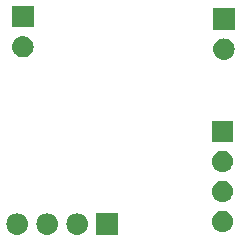
<source format=gbs>
G04 #@! TF.GenerationSoftware,KiCad,Pcbnew,5.0.2-bee76a0~70~ubuntu14.04.1*
G04 #@! TF.CreationDate,2018-12-14T16:37:15-07:00*
G04 #@! TF.ProjectId,ga4-evalboard,6761342d-6576-4616-9c62-6f6172642e6b,rev?*
G04 #@! TF.SameCoordinates,Original*
G04 #@! TF.FileFunction,Soldermask,Bot*
G04 #@! TF.FilePolarity,Negative*
%FSLAX46Y46*%
G04 Gerber Fmt 4.6, Leading zero omitted, Abs format (unit mm)*
G04 Created by KiCad (PCBNEW 5.0.2-bee76a0~70~ubuntu14.04.1) date Fri 14 Dec 2018 04:37:15 PM MST*
%MOMM*%
%LPD*%
G01*
G04 APERTURE LIST*
%ADD10C,0.100000*%
G04 APERTURE END LIST*
D10*
G36*
X140545442Y-110155518D02*
X140611627Y-110162037D01*
X140724853Y-110196384D01*
X140781467Y-110213557D01*
X140920087Y-110287652D01*
X140937991Y-110297222D01*
X140962101Y-110317009D01*
X141075186Y-110409814D01*
X141158448Y-110511271D01*
X141187778Y-110547009D01*
X141187779Y-110547011D01*
X141271443Y-110703533D01*
X141271443Y-110703534D01*
X141322963Y-110873373D01*
X141340359Y-111050000D01*
X141322963Y-111226627D01*
X141293732Y-111322989D01*
X141271443Y-111396467D01*
X141237384Y-111460186D01*
X141187778Y-111552991D01*
X141171539Y-111572778D01*
X141075186Y-111690186D01*
X140973729Y-111773448D01*
X140937991Y-111802778D01*
X140937989Y-111802779D01*
X140781467Y-111886443D01*
X140724853Y-111903616D01*
X140611627Y-111937963D01*
X140545443Y-111944481D01*
X140479260Y-111951000D01*
X140390740Y-111951000D01*
X140324557Y-111944481D01*
X140258373Y-111937963D01*
X140145147Y-111903616D01*
X140088533Y-111886443D01*
X139932011Y-111802779D01*
X139932009Y-111802778D01*
X139896271Y-111773448D01*
X139794814Y-111690186D01*
X139698461Y-111572778D01*
X139682222Y-111552991D01*
X139632616Y-111460186D01*
X139598557Y-111396467D01*
X139576268Y-111322989D01*
X139547037Y-111226627D01*
X139529641Y-111050000D01*
X139547037Y-110873373D01*
X139598557Y-110703534D01*
X139598557Y-110703533D01*
X139682221Y-110547011D01*
X139682222Y-110547009D01*
X139711552Y-110511271D01*
X139794814Y-110409814D01*
X139907899Y-110317009D01*
X139932009Y-110297222D01*
X139949913Y-110287652D01*
X140088533Y-110213557D01*
X140145147Y-110196384D01*
X140258373Y-110162037D01*
X140324558Y-110155518D01*
X140390740Y-110149000D01*
X140479260Y-110149000D01*
X140545442Y-110155518D01*
X140545442Y-110155518D01*
G37*
G36*
X143876000Y-111951000D02*
X142074000Y-111951000D01*
X142074000Y-110149000D01*
X143876000Y-110149000D01*
X143876000Y-111951000D01*
X143876000Y-111951000D01*
G37*
G36*
X138005442Y-110155518D02*
X138071627Y-110162037D01*
X138184853Y-110196384D01*
X138241467Y-110213557D01*
X138380087Y-110287652D01*
X138397991Y-110297222D01*
X138422101Y-110317009D01*
X138535186Y-110409814D01*
X138618448Y-110511271D01*
X138647778Y-110547009D01*
X138647779Y-110547011D01*
X138731443Y-110703533D01*
X138731443Y-110703534D01*
X138782963Y-110873373D01*
X138800359Y-111050000D01*
X138782963Y-111226627D01*
X138753732Y-111322989D01*
X138731443Y-111396467D01*
X138697384Y-111460186D01*
X138647778Y-111552991D01*
X138631539Y-111572778D01*
X138535186Y-111690186D01*
X138433729Y-111773448D01*
X138397991Y-111802778D01*
X138397989Y-111802779D01*
X138241467Y-111886443D01*
X138184853Y-111903616D01*
X138071627Y-111937963D01*
X138005443Y-111944481D01*
X137939260Y-111951000D01*
X137850740Y-111951000D01*
X137784557Y-111944481D01*
X137718373Y-111937963D01*
X137605147Y-111903616D01*
X137548533Y-111886443D01*
X137392011Y-111802779D01*
X137392009Y-111802778D01*
X137356271Y-111773448D01*
X137254814Y-111690186D01*
X137158461Y-111572778D01*
X137142222Y-111552991D01*
X137092616Y-111460186D01*
X137058557Y-111396467D01*
X137036268Y-111322989D01*
X137007037Y-111226627D01*
X136989641Y-111050000D01*
X137007037Y-110873373D01*
X137058557Y-110703534D01*
X137058557Y-110703533D01*
X137142221Y-110547011D01*
X137142222Y-110547009D01*
X137171552Y-110511271D01*
X137254814Y-110409814D01*
X137367899Y-110317009D01*
X137392009Y-110297222D01*
X137409913Y-110287652D01*
X137548533Y-110213557D01*
X137605147Y-110196384D01*
X137718373Y-110162037D01*
X137784558Y-110155518D01*
X137850740Y-110149000D01*
X137939260Y-110149000D01*
X138005442Y-110155518D01*
X138005442Y-110155518D01*
G37*
G36*
X135465442Y-110155518D02*
X135531627Y-110162037D01*
X135644853Y-110196384D01*
X135701467Y-110213557D01*
X135840087Y-110287652D01*
X135857991Y-110297222D01*
X135882101Y-110317009D01*
X135995186Y-110409814D01*
X136078448Y-110511271D01*
X136107778Y-110547009D01*
X136107779Y-110547011D01*
X136191443Y-110703533D01*
X136191443Y-110703534D01*
X136242963Y-110873373D01*
X136260359Y-111050000D01*
X136242963Y-111226627D01*
X136213732Y-111322989D01*
X136191443Y-111396467D01*
X136157384Y-111460186D01*
X136107778Y-111552991D01*
X136091539Y-111572778D01*
X135995186Y-111690186D01*
X135893729Y-111773448D01*
X135857991Y-111802778D01*
X135857989Y-111802779D01*
X135701467Y-111886443D01*
X135644853Y-111903616D01*
X135531627Y-111937963D01*
X135465443Y-111944481D01*
X135399260Y-111951000D01*
X135310740Y-111951000D01*
X135244557Y-111944481D01*
X135178373Y-111937963D01*
X135065147Y-111903616D01*
X135008533Y-111886443D01*
X134852011Y-111802779D01*
X134852009Y-111802778D01*
X134816271Y-111773448D01*
X134714814Y-111690186D01*
X134618461Y-111572778D01*
X134602222Y-111552991D01*
X134552616Y-111460186D01*
X134518557Y-111396467D01*
X134496268Y-111322989D01*
X134467037Y-111226627D01*
X134449641Y-111050000D01*
X134467037Y-110873373D01*
X134518557Y-110703534D01*
X134518557Y-110703533D01*
X134602221Y-110547011D01*
X134602222Y-110547009D01*
X134631552Y-110511271D01*
X134714814Y-110409814D01*
X134827899Y-110317009D01*
X134852009Y-110297222D01*
X134869913Y-110287652D01*
X135008533Y-110213557D01*
X135065147Y-110196384D01*
X135178373Y-110162037D01*
X135244558Y-110155518D01*
X135310740Y-110149000D01*
X135399260Y-110149000D01*
X135465442Y-110155518D01*
X135465442Y-110155518D01*
G37*
G36*
X152860443Y-109925519D02*
X152926627Y-109932037D01*
X153039853Y-109966384D01*
X153096467Y-109983557D01*
X153235087Y-110057652D01*
X153252991Y-110067222D01*
X153288729Y-110096552D01*
X153390186Y-110179814D01*
X153473448Y-110281271D01*
X153502778Y-110317009D01*
X153502779Y-110317011D01*
X153586443Y-110473533D01*
X153586443Y-110473534D01*
X153637963Y-110643373D01*
X153655359Y-110820000D01*
X153637963Y-110996627D01*
X153603616Y-111109853D01*
X153586443Y-111166467D01*
X153554287Y-111226625D01*
X153502778Y-111322991D01*
X153473448Y-111358729D01*
X153390186Y-111460186D01*
X153288729Y-111543448D01*
X153252991Y-111572778D01*
X153252989Y-111572779D01*
X153096467Y-111656443D01*
X153039853Y-111673616D01*
X152926627Y-111707963D01*
X152860443Y-111714481D01*
X152794260Y-111721000D01*
X152705740Y-111721000D01*
X152639557Y-111714481D01*
X152573373Y-111707963D01*
X152460147Y-111673616D01*
X152403533Y-111656443D01*
X152247011Y-111572779D01*
X152247009Y-111572778D01*
X152211271Y-111543448D01*
X152109814Y-111460186D01*
X152026552Y-111358729D01*
X151997222Y-111322991D01*
X151945713Y-111226625D01*
X151913557Y-111166467D01*
X151896384Y-111109853D01*
X151862037Y-110996627D01*
X151844641Y-110820000D01*
X151862037Y-110643373D01*
X151913557Y-110473534D01*
X151913557Y-110473533D01*
X151997221Y-110317011D01*
X151997222Y-110317009D01*
X152026552Y-110281271D01*
X152109814Y-110179814D01*
X152211271Y-110096552D01*
X152247009Y-110067222D01*
X152264913Y-110057652D01*
X152403533Y-109983557D01*
X152460147Y-109966384D01*
X152573373Y-109932037D01*
X152639557Y-109925519D01*
X152705740Y-109919000D01*
X152794260Y-109919000D01*
X152860443Y-109925519D01*
X152860443Y-109925519D01*
G37*
G36*
X152860442Y-107385518D02*
X152926627Y-107392037D01*
X153039853Y-107426384D01*
X153096467Y-107443557D01*
X153235087Y-107517652D01*
X153252991Y-107527222D01*
X153288729Y-107556552D01*
X153390186Y-107639814D01*
X153473448Y-107741271D01*
X153502778Y-107777009D01*
X153502779Y-107777011D01*
X153586443Y-107933533D01*
X153586443Y-107933534D01*
X153637963Y-108103373D01*
X153655359Y-108280000D01*
X153637963Y-108456627D01*
X153603616Y-108569853D01*
X153586443Y-108626467D01*
X153512348Y-108765087D01*
X153502778Y-108782991D01*
X153473448Y-108818729D01*
X153390186Y-108920186D01*
X153288729Y-109003448D01*
X153252991Y-109032778D01*
X153252989Y-109032779D01*
X153096467Y-109116443D01*
X153039853Y-109133616D01*
X152926627Y-109167963D01*
X152860443Y-109174481D01*
X152794260Y-109181000D01*
X152705740Y-109181000D01*
X152639557Y-109174481D01*
X152573373Y-109167963D01*
X152460147Y-109133616D01*
X152403533Y-109116443D01*
X152247011Y-109032779D01*
X152247009Y-109032778D01*
X152211271Y-109003448D01*
X152109814Y-108920186D01*
X152026552Y-108818729D01*
X151997222Y-108782991D01*
X151987652Y-108765087D01*
X151913557Y-108626467D01*
X151896384Y-108569853D01*
X151862037Y-108456627D01*
X151844641Y-108280000D01*
X151862037Y-108103373D01*
X151913557Y-107933534D01*
X151913557Y-107933533D01*
X151997221Y-107777011D01*
X151997222Y-107777009D01*
X152026552Y-107741271D01*
X152109814Y-107639814D01*
X152211271Y-107556552D01*
X152247009Y-107527222D01*
X152264913Y-107517652D01*
X152403533Y-107443557D01*
X152460147Y-107426384D01*
X152573373Y-107392037D01*
X152639558Y-107385518D01*
X152705740Y-107379000D01*
X152794260Y-107379000D01*
X152860442Y-107385518D01*
X152860442Y-107385518D01*
G37*
G36*
X152860443Y-104845519D02*
X152926627Y-104852037D01*
X153039853Y-104886384D01*
X153096467Y-104903557D01*
X153235087Y-104977652D01*
X153252991Y-104987222D01*
X153288729Y-105016552D01*
X153390186Y-105099814D01*
X153473448Y-105201271D01*
X153502778Y-105237009D01*
X153502779Y-105237011D01*
X153586443Y-105393533D01*
X153586443Y-105393534D01*
X153637963Y-105563373D01*
X153655359Y-105740000D01*
X153637963Y-105916627D01*
X153603616Y-106029853D01*
X153586443Y-106086467D01*
X153512348Y-106225087D01*
X153502778Y-106242991D01*
X153473448Y-106278729D01*
X153390186Y-106380186D01*
X153288729Y-106463448D01*
X153252991Y-106492778D01*
X153252989Y-106492779D01*
X153096467Y-106576443D01*
X153039853Y-106593616D01*
X152926627Y-106627963D01*
X152860442Y-106634482D01*
X152794260Y-106641000D01*
X152705740Y-106641000D01*
X152639558Y-106634482D01*
X152573373Y-106627963D01*
X152460147Y-106593616D01*
X152403533Y-106576443D01*
X152247011Y-106492779D01*
X152247009Y-106492778D01*
X152211271Y-106463448D01*
X152109814Y-106380186D01*
X152026552Y-106278729D01*
X151997222Y-106242991D01*
X151987652Y-106225087D01*
X151913557Y-106086467D01*
X151896384Y-106029853D01*
X151862037Y-105916627D01*
X151844641Y-105740000D01*
X151862037Y-105563373D01*
X151913557Y-105393534D01*
X151913557Y-105393533D01*
X151997221Y-105237011D01*
X151997222Y-105237009D01*
X152026552Y-105201271D01*
X152109814Y-105099814D01*
X152211271Y-105016552D01*
X152247009Y-104987222D01*
X152264913Y-104977652D01*
X152403533Y-104903557D01*
X152460147Y-104886384D01*
X152573373Y-104852037D01*
X152639557Y-104845519D01*
X152705740Y-104839000D01*
X152794260Y-104839000D01*
X152860443Y-104845519D01*
X152860443Y-104845519D01*
G37*
G36*
X153651000Y-104101000D02*
X151849000Y-104101000D01*
X151849000Y-102299000D01*
X153651000Y-102299000D01*
X153651000Y-104101000D01*
X153651000Y-104101000D01*
G37*
G36*
X152985443Y-95345519D02*
X153051627Y-95352037D01*
X153164853Y-95386384D01*
X153221467Y-95403557D01*
X153360087Y-95477652D01*
X153377991Y-95487222D01*
X153413729Y-95516552D01*
X153515186Y-95599814D01*
X153592098Y-95693533D01*
X153627778Y-95737009D01*
X153627779Y-95737011D01*
X153711443Y-95893533D01*
X153711443Y-95893534D01*
X153762963Y-96063373D01*
X153780359Y-96240000D01*
X153762963Y-96416627D01*
X153728616Y-96529853D01*
X153711443Y-96586467D01*
X153661349Y-96680185D01*
X153627778Y-96742991D01*
X153598448Y-96778729D01*
X153515186Y-96880186D01*
X153413729Y-96963448D01*
X153377991Y-96992778D01*
X153377989Y-96992779D01*
X153221467Y-97076443D01*
X153164853Y-97093616D01*
X153051627Y-97127963D01*
X152985442Y-97134482D01*
X152919260Y-97141000D01*
X152830740Y-97141000D01*
X152764558Y-97134482D01*
X152698373Y-97127963D01*
X152585147Y-97093616D01*
X152528533Y-97076443D01*
X152372011Y-96992779D01*
X152372009Y-96992778D01*
X152336271Y-96963448D01*
X152234814Y-96880186D01*
X152151552Y-96778729D01*
X152122222Y-96742991D01*
X152088651Y-96680185D01*
X152038557Y-96586467D01*
X152021384Y-96529853D01*
X151987037Y-96416627D01*
X151969641Y-96240000D01*
X151987037Y-96063373D01*
X152038557Y-95893534D01*
X152038557Y-95893533D01*
X152122221Y-95737011D01*
X152122222Y-95737009D01*
X152157902Y-95693533D01*
X152234814Y-95599814D01*
X152336271Y-95516552D01*
X152372009Y-95487222D01*
X152389913Y-95477652D01*
X152528533Y-95403557D01*
X152585147Y-95386384D01*
X152698373Y-95352037D01*
X152764557Y-95345519D01*
X152830740Y-95339000D01*
X152919260Y-95339000D01*
X152985443Y-95345519D01*
X152985443Y-95345519D01*
G37*
G36*
X135960443Y-95145519D02*
X136026627Y-95152037D01*
X136139853Y-95186384D01*
X136196467Y-95203557D01*
X136335087Y-95277652D01*
X136352991Y-95287222D01*
X136388729Y-95316552D01*
X136490186Y-95399814D01*
X136561918Y-95487221D01*
X136602778Y-95537009D01*
X136602779Y-95537011D01*
X136686443Y-95693533D01*
X136686443Y-95693534D01*
X136737963Y-95863373D01*
X136755359Y-96040000D01*
X136737963Y-96216627D01*
X136703616Y-96329853D01*
X136686443Y-96386467D01*
X136612348Y-96525087D01*
X136602778Y-96542991D01*
X136573448Y-96578729D01*
X136490186Y-96680186D01*
X136388729Y-96763448D01*
X136352991Y-96792778D01*
X136352989Y-96792779D01*
X136196467Y-96876443D01*
X136139853Y-96893616D01*
X136026627Y-96927963D01*
X135960442Y-96934482D01*
X135894260Y-96941000D01*
X135805740Y-96941000D01*
X135739558Y-96934482D01*
X135673373Y-96927963D01*
X135560147Y-96893616D01*
X135503533Y-96876443D01*
X135347011Y-96792779D01*
X135347009Y-96792778D01*
X135311271Y-96763448D01*
X135209814Y-96680186D01*
X135126552Y-96578729D01*
X135097222Y-96542991D01*
X135087652Y-96525087D01*
X135013557Y-96386467D01*
X134996384Y-96329853D01*
X134962037Y-96216627D01*
X134944641Y-96040000D01*
X134962037Y-95863373D01*
X135013557Y-95693534D01*
X135013557Y-95693533D01*
X135097221Y-95537011D01*
X135097222Y-95537009D01*
X135138082Y-95487221D01*
X135209814Y-95399814D01*
X135311271Y-95316552D01*
X135347009Y-95287222D01*
X135364913Y-95277652D01*
X135503533Y-95203557D01*
X135560147Y-95186384D01*
X135673373Y-95152037D01*
X135739557Y-95145519D01*
X135805740Y-95139000D01*
X135894260Y-95139000D01*
X135960443Y-95145519D01*
X135960443Y-95145519D01*
G37*
G36*
X153776000Y-94601000D02*
X151974000Y-94601000D01*
X151974000Y-92799000D01*
X153776000Y-92799000D01*
X153776000Y-94601000D01*
X153776000Y-94601000D01*
G37*
G36*
X136751000Y-94401000D02*
X134949000Y-94401000D01*
X134949000Y-92599000D01*
X136751000Y-92599000D01*
X136751000Y-94401000D01*
X136751000Y-94401000D01*
G37*
M02*

</source>
